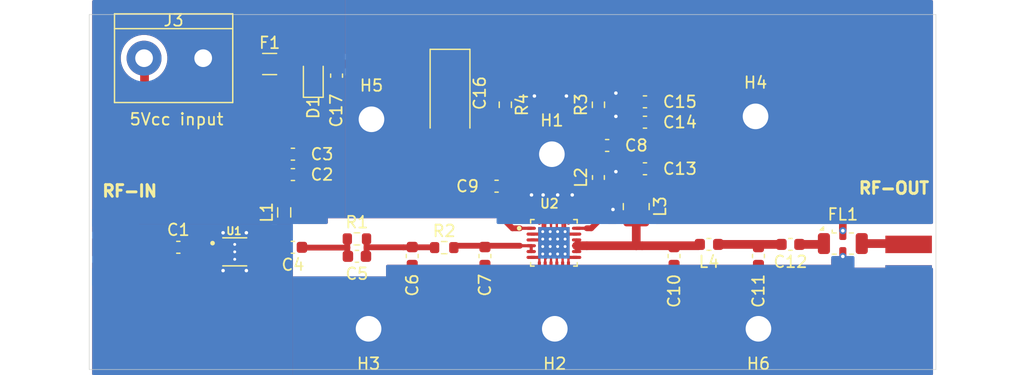
<source format=kicad_pcb>
(kicad_pcb (version 20241229) (generator "pcbnew") (generator_version "9.0")
  (title_block (title "SX1255 High Linearity Amplifier ~2W") (date "2026-02-25") (rev "V1.0") (company "Z32IT"))
  (layers (0 "F.Cu" signal) (2 "B.Cu" signal) (13 "F.Paste" user) (15 "B.Paste" user) (5 "F.SilkS" user "F.Silkscreen") (7 "B.SilkS" user "B.Silkscreen") (1 "F.Mask" user) (3 "B.Mask" user) (25 "Edge.Cuts" user))
  (net 0 "")
  (net 1 "Net-(C1-Pad1)")
  (net 2 "Net-(D1-A2)")
  (net 3 "Net-(C4-Pad2)")
  (net 4 "GND")
  (net 5 "Net-(C4-Pad1)")
  (net 6 "Net-(FL1-IN)")
  (net 7 "Net-(C5-Pad2)")
  (net 8 "Net-(U1-VBIAS)")
  (net 9 "Net-(C8-Pad2)")
  (net 10 "+5V")
  (net 11 "Net-(J1-In)")
  (net 12 "Net-(U1-I_REF)")
  (net 13 "Net-(FL1-OUT)")
  (net 14 "Net-(C7-Pad1)")
  (net 15 "Net-(C10-Pad1)")
  (net 16 "Net-(C11-Pad2)")
  (footprint "Capacitor_SMD:C_0603_1608Metric" (layer "F.Cu") (at 152.5 109.75 90)
    (property "Reference" "C11" (at -3 0 90) (layer "F.SilkS"))
    (property "Value" "6p8" (hide yes))
    (fp_line (start -0.14058 -0.51) (end 0.14058 -0.51) (stroke (width 0.12)) (layer "F.SilkS"))
    (fp_line (start -0.14058 0.51) (end 0.14058 0.51) (stroke (width 0.12)) (layer "F.SilkS"))
    (pad "1" smd roundrect (at -0.775 0 90) (size 0.9 0.95) (layers "F.Cu" "F.Mask" "F.Paste") (net 4 "GND"))
    (pad "2" smd roundrect (at 0.775 0 90) (size 0.9 0.95) (layers "F.Cu" "F.Mask" "F.Paste") (net 16 "Net-(C11-Pad2)"))
  )
  (footprint "Capacitor_SMD:C_0603_1608Metric" (layer "F.Cu") (at 122.75 109.75 -90)
    (property "Reference" "C6" (at 2.5 0 90) (layer "F.SilkS"))
    (property "Value" "8p2" (hide yes))
    (fp_line (start -0.14058 0.51) (end 0.14058 0.51) (stroke (width 0.12)) (layer "F.SilkS"))
    (fp_line (start -0.14058 -0.51) (end 0.14058 -0.51) (stroke (width 0.12)) (layer "F.SilkS"))
    (pad "1" smd roundrect (at -0.775 0 270) (size 0.9 0.95) (layers "F.Cu" "F.Mask" "F.Paste") (net 7 "Net-(C5-Pad2)"))
    (pad "2" smd roundrect (at 0.775 0 270) (size 0.9 0.95) (layers "F.Cu" "F.Mask" "F.Paste") (net 4 "GND"))
  )
  (footprint "Diode_SMD:D_SOD-323" (layer "F.Cu") (at 114.25 94.5 90)
    (property "Reference" "D1" (at -2.5 0 90) (layer "F.SilkS"))
    (property "Value" "PESD5V0" (hide yes))
    (fp_line (start -1.61 -0.85) (end 1.05 -0.85) (stroke (width 0.12)) (layer "F.SilkS"))
    (fp_line (start -1.61 -0.85) (end -1.61 0.85) (stroke (width 0.12)) (layer "F.SilkS"))
    (fp_line (start -1.61 0.85) (end 1.05 0.85) (stroke (width 0.12)) (layer "F.SilkS"))
    (pad "1" smd roundrect (at -1.05 0 90) (size 0.6 0.45) (layers "F.Cu" "F.Mask" "F.Paste") (net 4 "GND"))
    (pad "2" smd roundrect (at 1.05 0 90) (size 0.6 0.45) (layers "F.Cu" "F.Mask" "F.Paste") (net 2 "Net-(D1-A2)"))
  )
  (footprint "Capacitor_SMD:C_0603_1608Metric" (layer "F.Cu") (at 118 109.775)
    (property "Reference" "C5" (at 0 1.5 0) (layer "F.SilkS"))
    (property "Value" "100p" (hide yes))
    (fp_line (start -0.14058 -0.51) (end 0.14058 -0.51) (stroke (width 0.12)) (layer "F.SilkS"))
    (fp_line (start -0.14058 0.51) (end 0.14058 0.51) (stroke (width 0.12)) (layer "F.SilkS"))
    (pad "1" smd roundrect (at -0.775 0) (size 0.9 0.95) (layers "F.Cu" "F.Mask" "F.Paste") (net 3 "Net-(C4-Pad2)"))
    (pad "2" smd roundrect (at 0.775 0) (size 0.9 0.95) (layers "F.Cu" "F.Mask" "F.Paste") (net 7 "Net-(C5-Pad2)"))
  )
  (footprint "Capacitor_SMD:C_0603_1608Metric" (layer "F.Cu") (at 102.65315 109 180)
    (property "Reference" "C1" (at 0 1.5 0) (layer "F.SilkS"))
    (property "Value" "100p" (hide yes))
    (fp_line (start -0.14058 0.51) (end 0.14058 0.51) (stroke (width 0.12)) (layer "F.SilkS"))
    (fp_line (start -0.14058 -0.51) (end 0.14058 -0.51) (stroke (width 0.12)) (layer "F.SilkS"))
    (pad "1" smd roundrect (at -0.775 0 180) (size 0.9 0.95) (layers "F.Cu" "F.Mask" "F.Paste") (net 1 "Net-(C1-Pad1)"))
    (pad "2" smd roundrect (at 0.775 0 180) (size 0.9 0.95) (layers "F.Cu" "F.Mask" "F.Paste") (net 11 "Net-(J1-In)"))
  )
  (footprint "MountingHole:MountingHole_2.2mm_M2_DIN965_Pad" (layer "F.Cu") (at 134.75 101)
    (property "Reference" "H1" (at 0 -2.9 0) (layer "F.SilkS"))
    (property "Value" "MountingHole" (hide yes))
    (pad "1" thru_hole circle (at 0 0) (size 3.8 3.8) (drill 2.2) (layers "*.Cu" "*.Mask") (net 4 "GND"))
  )
  (footprint "MountingHole:MountingHole_2.2mm_M2_DIN965_Pad" (layer "F.Cu") (at 135 116)
    (property "Reference" "H2" (at 0 3 0) (layer "F.SilkS"))
    (property "Value" "MountingHole" (hide yes))
    (pad "1" thru_hole circle (at 0 0) (size 3.8 3.8) (drill 2.2) (layers "*.Cu" "*.Mask") (net 4 "GND"))
  )
  (footprint "Capacitor_SMD:C_0603_1608Metric" (layer "F.Cu") (at 129 109.75 -90)
    (property "Reference" "C7" (at 2.5 0 90) (layer "F.SilkS"))
    (property "Value" "15p" (hide yes))
    (fp_line (start -0.14058 0.51) (end 0.14058 0.51) (stroke (width 0.12)) (layer "F.SilkS"))
    (fp_line (start -0.14058 -0.51) (end 0.14058 -0.51) (stroke (width 0.12)) (layer "F.SilkS"))
    (pad "1" smd roundrect (at -0.775 0 270) (size 0.9 0.95) (layers "F.Cu" "F.Mask" "F.Paste") (net 14 "Net-(C7-Pad1)"))
    (pad "2" smd roundrect (at 0.775 0 270) (size 0.9 0.95) (layers "F.Cu" "F.Mask" "F.Paste") (net 4 "GND"))
  )
  (footprint "Capacitor_SMD:C_0603_1608Metric" (layer "F.Cu") (at 145.25 109.75 -90)
    (property "Reference" "C10" (at 3 0 90) (layer "F.SilkS"))
    (property "Value" "8p2" (hide yes))
    (fp_line (start -0.14058 0.51) (end 0.14058 0.51) (stroke (width 0.12)) (layer "F.SilkS"))
    (fp_line (start -0.14058 -0.51) (end 0.14058 -0.51) (stroke (width 0.12)) (layer "F.SilkS"))
    (pad "1" smd roundrect (at -0.775 0 270) (size 0.9 0.95) (layers "F.Cu" "F.Mask" "F.Paste") (net 15 "Net-(C10-Pad1)"))
    (pad "2" smd roundrect (at 0.775 0 270) (size 0.9 0.95) (layers "F.Cu" "F.Mask" "F.Paste") (net 4 "GND"))
  )
  (footprint "Filter:Filter_Mini-Circuits_FV1206" (layer "F.Cu") (at 159.75 108.6775)
    (property "Reference" "FL1" (at 0 -2.5 0) (layer "F.SilkS"))
    (property "Value" "LFCN-490" (hide yes))
    (fp_line (start -0.91 -0.91) (end -0.91 -1.16) (stroke (width 0.12)) (layer "F.SilkS"))
    (fp_line (start -0.91 -0.91) (end -0.57 -0.91) (stroke (width 0.12)) (layer "F.SilkS"))
    (fp_line (start -0.91 0.91) (end -0.57 0.91) (stroke (width 0.12)) (layer "F.SilkS"))
    (fp_line (start 0.57 -0.91) (end 0.91 -0.91) (stroke (width 0.12)) (layer "F.SilkS"))
    (fp_line (start 0.57 0.91) (end 0.91 0.91) (stroke (width 0.12)) (layer "F.SilkS"))
    (fp_poly (pts (xy -1.66 -1.16) (xy -1.94 -1.16) (xy -1.66 -1.44) (xy -1.66 -1.16)) (stroke (width 0.12)) (fill yes) (layer "F.SilkS"))
    (pad "1" smd roundrect (at -1.625 0) (size 1.04 1.8) (layers "F.Cu" "F.Mask" "F.Paste") (roundrect_rratio 0.24) (net 6 "Net-(FL1-IN)"))
    (pad "2" smd roundrect (at 0 0.9275) (size 0.61 1.245) (layers "F.Cu" "F.Mask" "F.Paste") (net 4 "GND"))
    (pad "2" thru_hole circle (at 0 1.105) (size 0.61 0.61) (drill 0.3) (layers "*.Cu" "*.Mask") (net 4 "GND"))
    (pad "3" smd roundrect (at 1.625 0) (size 1.04 1.8) (layers "F.Cu" "F.Mask" "F.Paste") (roundrect_rratio 0.24) (net 13 "Net-(FL1-OUT)"))
    (pad "4" thru_hole circle (at 0 -1.105) (size 0.61 0.61) (drill 0.3) (layers "*.Cu" "*.Mask") (net 4 "GND"))
    (pad "4" smd roundrect (at 0 -0.9275) (size 0.61 1.245) (layers "F.Cu" "F.Mask" "F.Paste") (net 4 "GND"))
  )
  (footprint "MountingHole:MountingHole_2.2mm_M2_DIN965_Pad" (layer "F.Cu") (at 152.25 97.75)
    (property "Reference" "H4" (at 0 -2.9 0) (layer "F.SilkS"))
    (property "Value" "MountingHole" (hide yes))
    (pad "1" thru_hole circle (at 0 0) (size 3.8 3.8) (drill 2.2) (layers "*.Cu" "*.Mask") (net 4 "GND"))
  )
  (footprint "Capacitor_SMD:C_0603_1608Metric" (layer "F.Cu") (at 130 103.75)
    (property "Reference" "C9" (at -2.5 0 0) (layer "F.SilkS"))
    (property "Value" "100p" (hide yes))
    (fp_line (start -0.14058 -0.51) (end 0.14058 -0.51) (stroke (width 0.12)) (layer "F.SilkS"))
    (fp_line (start -0.14058 0.51) (end 0.14058 0.51) (stroke (width 0.12)) (layer "F.SilkS"))
    (pad "1" smd roundrect (at -0.775 0) (size 0.9 0.95) (layers "F.Cu" "F.Mask" "F.Paste") (net 4 "GND"))
    (pad "2" smd roundrect (at 0.775 0) (size 0.9 0.95) (layers "F.Cu" "F.Mask" "F.Paste") (net 8 "Net-(U1-VBIAS)"))
  )
  (footprint "Resistor_SMD:R_0603_1608Metric" (layer "F.Cu") (at 138.75 96.75 -90)
    (property "Reference" "R3" (at 0 1.5 90) (layer "F.SilkS"))
    (property "Value" "280R" (hide yes))
    (fp_line (start -0.237258 0.5225) (end 0.237258 0.5225) (stroke (width 0.12)) (layer "F.SilkS"))
    (fp_line (start -0.237258 -0.5225) (end 0.237258 -0.5225) (stroke (width 0.12)) (layer "F.SilkS"))
    (pad "1" smd roundrect (at -0.825 0 270) (size 0.8 0.95) (layers "F.Cu" "F.Mask" "F.Paste") (net 2 "Net-(D1-A2)"))
    (pad "2" smd roundrect (at 0.825 0 270) (size 0.8 0.95) (layers "F.Cu" "F.Mask" "F.Paste") (net 9 "Net-(C8-Pad2)"))
  )
  (footprint "Capacitor_SMD:C_0603_1608Metric" (layer "F.Cu") (at 155.25 108.75)
    (property "Reference" "C12" (at 0 1.5 0) (layer "F.SilkS"))
    (property "Value" "22p" (hide yes))
    (fp_line (start -0.14058 -0.51) (end 0.14058 -0.51) (stroke (width 0.12)) (layer "F.SilkS"))
    (fp_line (start -0.14058 0.51) (end 0.14058 0.51) (stroke (width 0.12)) (layer "F.SilkS"))
    (pad "1" smd roundrect (at -0.775 0) (size 0.9 0.95) (layers "F.Cu" "F.Mask" "F.Paste") (net 16 "Net-(C11-Pad2)"))
    (pad "2" smd roundrect (at 0.775 0) (size 0.9 0.95) (layers "F.Cu" "F.Mask" "F.Paste") (net 6 "Net-(FL1-IN)"))
  )
  (footprint "Inductor_SMD:L_1008_2520Metric" (layer "F.Cu") (at 142 105.5 -90)
    (property "Reference" "L3" (at 0 -2.05 90) (layer "F.SilkS"))
    (property "Value" "18n" (hide yes))
    (fp_line (start -0.261252 1.11) (end 0.261252 1.11) (stroke (width 0.12)) (layer "F.SilkS"))
    (fp_line (start -0.261252 -1.11) (end 0.261252 -1.11) (stroke (width 0.12)) (layer "F.SilkS"))
    (pad "1" smd roundrect (at -1.075 0 270) (size 1.25 2.2) (layers "F.Cu" "F.Mask" "F.Paste") (roundrect_rratio 0.2) (net 2 "Net-(D1-A2)"))
    (pad "2" smd roundrect (at 1.075 0 270) (size 1.25 2.2) (layers "F.Cu" "F.Mask" "F.Paste") (roundrect_rratio 0.2) (net 15 "Net-(C10-Pad1)"))
  )
  (footprint "Capacitor_Tantalum_SMD:CP_EIA-6032-28_Kemet-C" (layer "F.Cu") (at 126 95.75 -90)
    (property "Reference" "C16" (at 0 -2.55 90) (layer "F.SilkS"))
    (property "Value" "22u" (hide yes))
    (fp_line (start -3.76 1.71) (end 3 1.71) (stroke (width 0.12)) (layer "F.SilkS"))
    (fp_line (start -3.76 -1.71) (end -3.76 1.71) (stroke (width 0.12)) (layer "F.SilkS"))
    (fp_line (start 3 -1.71) (end -3.76 -1.71) (stroke (width 0.12)) (layer "F.SilkS"))
    (pad "1" smd roundrect (at -2.4625 0 270) (size 2.075 2.35) (layers "F.Cu" "F.Mask" "F.Paste") (roundrect_rratio 0.120482) (net 2 "Net-(D1-A2)"))
    (pad "2" smd roundrect (at 2.4625 0 270) (size 2.075 2.35) (layers "F.Cu" "F.Mask" "F.Paste") (roundrect_rratio 0.120482) (net 4 "GND"))
  )
  (footprint "Resistor_SMD:R_0603_1608Metric" (layer "F.Cu") (at 125.5 109.025)
    (property "Reference" "R2" (at 0 -1.43 0) (layer "F.SilkS"))
    (property "Value" "4R3" (hide yes))
    (fp_line (start -0.237258 -0.5225) (end 0.237258 -0.5225) (stroke (width 0.12)) (layer "F.SilkS"))
    (fp_line (start -0.237258 0.5225) (end 0.237258 0.5225) (stroke (width 0.12)) (layer "F.SilkS"))
    (pad "1" smd roundrect (at -0.825 0) (size 0.8 0.95) (layers "F.Cu" "F.Mask" "F.Paste") (net 7 "Net-(C5-Pad2)"))
    (pad "2" smd roundrect (at 0.825 0) (size 0.8 0.95) (layers "F.Cu" "F.Mask" "F.Paste") (net 14 "Net-(C7-Pad1)"))
  )
  (footprint "PCM_SparkFun-Connector:SMA_Edge_6.3mm" (layer "F.Cu") (at 165.40315 108.75 -90)
    (property "Reference" "J2")
    (property "Value" "SMA_RF OUT")
    (pad "1" smd rect (at 0 0 270) (size 1.5 4) (layers "F.Cu" "F.Mask") (net 13 "Net-(FL1-OUT)"))
    (pad "2" smd rect (at -2.54 0 270) (size 1.5 4) (layers "F.Cu" "F.Mask") (net 4 "GND"))
    (pad "2" smd rect (at -2.54 0 270) (size 1.5 4) (layers "B.Cu" "B.Mask") (net 4 "GND"))
    (pad "2" smd rect (at 2.54 0 270) (size 1.5 4) (layers "F.Cu" "F.Mask") (net 4 "GND"))
    (pad "2" smd rect (at 2.54 0 270) (size 1.5 4) (layers "B.Cu" "B.Mask") (net 4 "GND"))
  )
  (footprint "Capacitor_SMD:C_0603_1608Metric" (layer "F.Cu") (at 112.5 102.75)
    (property "Reference" "C2" (at 2.5 0 0) (layer "F.SilkS"))
    (property "Value" "100p" (hide yes))
    (fp_line (start -0.14058 -0.51) (end 0.14058 -0.51) (stroke (width 0.12)) (layer "F.SilkS"))
    (fp_line (start -0.14058 0.51) (end 0.14058 0.51) (stroke (width 0.12)) (layer "F.SilkS"))
    (pad "1" smd roundrect (at -0.775 0) (size 0.9 0.95) (layers "F.Cu" "F.Mask" "F.Paste") (net 2 "Net-(D1-A2)"))
    (pad "2" smd roundrect (at 0.775 0) (size 0.9 0.95) (layers "F.Cu" "F.Mask" "F.Paste") (net 4 "GND"))
  )
  (footprint "Capacitor_SMD:C_0603_1608Metric" (layer "F.Cu") (at 142.75 96.5)
    (property "Reference" "C15" (at 3 0 0) (layer "F.SilkS"))
    (property "Value" "1n" (hide yes))
    (fp_line (start -0.14058 -0.51) (end 0.14058 -0.51) (stroke (width 0.12)) (layer "F.SilkS"))
    (fp_line (start -0.14058 0.51) (end 0.14058 0.51) (stroke (width 0.12)) (layer "F.SilkS"))
    (pad "1" smd roundrect (at -0.775 0) (size 0.9 0.95) (layers "F.Cu" "F.Mask" "F.Paste") (net 2 "Net-(D1-A2)"))
    (pad "2" smd roundrect (at 0.775 0) (size 0.9 0.95) (layers "F.Cu" "F.Mask" "F.Paste") (net 4 "GND"))
  )
  (footprint "Capacitor_SMD:C_0603_1608Metric" (layer "F.Cu") (at 142.75 102.25)
    (property "Reference" "C13" (at 3 0 0) (layer "F.SilkS"))
    (property "Value" "1n" (hide yes))
    (fp_line (start -0.14058 -0.51) (end 0.14058 -0.51) (stroke (width 0.12)) (layer "F.SilkS"))
    (fp_line (start -0.14058 0.51) (end 0.14058 0.51) (stroke (width 0.12)) (layer "F.SilkS"))
    (pad "1" smd roundrect (at -0.775 0) (size 0.9 0.95) (layers "F.Cu" "F.Mask" "F.Paste") (net 2 "Net-(D1-A2)"))
    (pad "2" smd roundrect (at 0.775 0) (size 0.9 0.95) (layers "F.Cu" "F.Mask" "F.Paste") (net 4 "GND"))
  )
  (footprint "TQP7M9106:QFN50P400X400X90-25N" (layer "F.Cu") (at 134.925 108.615)
    (property "Reference" "U2" (at -0.39 -3.365 0) (layer "F.SilkS") (effects (font (size 0.787402 0.787402))))
    (property "Value" "TQP7M9106")
    (fp_line (start -2 -2) (end -2 -1.7) (stroke (width 0.127)) (layer "F.SilkS"))
    (fp_line (start -2 -2) (end -1.7 -2) (stroke (width 0.127)) (layer "F.SilkS"))
    (fp_line (start -2 2) (end -2 1.7) (stroke (width 0.127)) (layer "F.SilkS"))
    (fp_line (start -2 2) (end -1.7 2) (stroke (width 0.127)) (layer "F.SilkS"))
    (fp_line (start 2 -2) (end 1.7 -2) (stroke (width 0.127)) (layer "F.SilkS"))
    (fp_line (start 2 -2) (end 2 -1.7) (stroke (width 0.127)) (layer "F.SilkS"))
    (fp_line (start 2 2) (end 1.7 2) (stroke (width 0.127)) (layer "F.SilkS"))
    (fp_line (start 2 2) (end 2 1.7) (stroke (width 0.127)) (layer "F.SilkS"))
    (fp_circle (center -2.985 -1.25) (end -2.885 -1.25) (stroke (width 0.2)) (fill no) (layer "F.SilkS"))
    (pad "1" smd oval (at -1.95 -1.25) (size 0.81 0.27) (layers "F.Cu" "F.Mask" "F.Paste") (net 8 "Net-(U1-VBIAS)"))
    (pad "2" smd oval (at -1.95 -0.75) (size 0.81 0.27) (layers "F.Cu" "F.Mask" "F.Paste") (net 4 "GND"))
    (pad "3" smd oval (at -1.95 -0.25) (size 0.81 0.27) (layers "F.Cu" "F.Mask" "F.Paste") (net 4 "GND"))
    (pad "4" smd oval (at -1.95 0.25) (size 0.81 0.27) (layers "F.Cu" "F.Mask" "F.Paste") (net 14 "Net-(C7-Pad1)"))
    (pad "5" smd oval (at -1.95 0.75) (size 0.81 0.27) (layers "F.Cu" "F.Mask" "F.Paste") (net 14 "Net-(C7-Pad1)"))
    (pad "6" smd oval (at -1.95 1.25) (size 0.81 0.27) (layers "F.Cu" "F.Mask" "F.Paste") (net 4 "GND"))
    (pad "7" smd oval (at -1.25 1.95) (size 0.27 0.81) (layers "F.Cu" "F.Mask" "F.Paste") (net 4 "GND"))
    (pad "8" smd oval (at -0.75 1.95) (size 0.27 0.81) (layers "F.Cu" "F.Mask" "F.Paste") (net 4 "GND"))
    (pad "9" smd oval (at -0.25 1.95) (size 0.27 0.81) (layers "F.Cu" "F.Mask" "F.Paste") (net 4 "GND"))
    (pad "10" smd oval (at 0.25 1.95) (size 0.27 0.81) (layers "F.Cu" "F.Mask" "F.Paste") (net 4 "GND"))
    (pad "11" smd oval (at 0.75 1.95) (size 0.27 0.81) (layers "F.Cu" "F.Mask" "F.Paste") (net 4 "GND"))
    (pad "12" smd oval (at 1.25 1.95) (size 0.27 0.81) (layers "F.Cu" "F.Mask" "F.Paste") (net 4 "GND"))
    (pad "13" smd oval (at 1.95 1.25) (size 0.81 0.27) (layers "F.Cu" "F.Mask" "F.Paste") (net 4 "GND"))
    (pad "14" smd oval (at 1.95 0.75) (size 0.81 0.27) (layers "F.Cu" "F.Mask" "F.Paste") (net 15 "Net-(C10-Pad1)"))
    (pad "15" smd oval (at 1.95 0.25) (size 0.81 0.27) (layers "F.Cu" "F.Mask" "F.Paste") (net 15 "Net-(C10-Pad1)"))
    (pad "16" smd oval (at 1.95 -0.25) (size 0.81 0.27) (layers "F.Cu" "F.Mask" "F.Paste") (net 15 "Net-(C10-Pad1)"))
    (pad "17" smd oval (at 1.95 -0.75) (size 0.81 0.27) (layers "F.Cu" "F.Mask" "F.Paste") (net 4 "GND"))
    (pad "18" smd oval (at 1.95 -1.25) (size 0.81 0.27) (layers "F.Cu" "F.Mask" "F.Paste") (net 12 "Net-(U1-I_REF)"))
    (pad "19" smd oval (at 1.25 -1.95) (size 0.27 0.81) (layers "F.Cu" "F.Mask" "F.Paste") (net 4 "GND"))
    (pad "20" smd oval (at 0.75 -1.95) (size 0.27 0.81) (layers "F.Cu" "F.Mask" "F.Paste") (net 4 "GND"))
    (pad "21" smd oval (at 0.25 -1.95) (size 0.27 0.81) (layers "F.Cu" "F.Mask" "F.Paste") (net 4 "GND"))
    (pad "22" smd oval (at -0.25 -1.95) (size 0.27 0.81) (layers "F.Cu" "F.Mask" "F.Paste") (net 4 "GND"))
    (pad "23" smd oval (at -0.75 -1.95) (size 0.27 0.81) (layers "F.Cu" "F.Mask" "F.Paste") (net 4 "GND"))
    (pad "24" smd oval (at -1.25 -1.95) (size 0.27 0.81) (layers "F.Cu" "F.Mask" "F.Paste") (net 4 "GND"))
    (pad "25" smd rect (at 0 0) (size 2.7 2.7) (layers "F.Cu" "F.Mask") (net 4 "GND"))
    (pad "26" smd rect (at 0 0) (size 2.7 2.7) (layers "B.Cu" "B.Mask") (net 4 "GND"))
    (pad "27" thru_hole circle (at -0.96 -0.96) (size 0.35 0.35) (drill 0.25) (layers "*.Cu"))
    (pad "28" thru_hole circle (at -0.32 -0.96) (size 0.35 0.35) (drill 0.25) (layers "*.Cu"))
    (pad "29" thru_hole circle (at 0.32 -0.96) (size 0.35 0.35) (drill 0.25) (layers "*.Cu"))
    (pad "30" thru_hole circle (at 0.96 -0.96) (size 0.35 0.35) (drill 0.25) (layers "*.Cu"))
    (pad "31" thru_hole circle (at -0.96 -0.32) (size 0.35 0.35) (drill 0.25) (layers "*.Cu"))
    (pad "32" thru_hole circle (at -0.32 -0.32) (size 0.35 0.35) (drill 0.25) (layers "*.Cu"))
    (pad "33" thru_hole circle (at 0.32 -0.32) (size 0.35 0.35) (drill 0.25) (layers "*.Cu"))
    (pad "34" thru_hole circle (at 0.96 -0.32) (size 0.35 0.35) (drill 0.25) (layers "*.Cu"))
    (pad "35" thru_hole circle (at -0.96 0.32) (size 0.35 0.35) (drill 0.25) (layers "*.Cu"))
    (pad "36" thru_hole circle (at -0.32 0.32) (size 0.35 0.35) (drill 0.25) (layers "*.Cu"))
    (pad "37" thru_hole circle (at 0.32 0.32) (size 0.35 0.35) (drill 0.25) (layers "*.Cu"))
    (pad "38" thru_hole circle (at 0.96 0.32) (size 0.35 0.35) (drill 0.25) (layers "*.Cu"))
    (pad "39" thru_hole circle (at -0.96 0.96) (size 0.35 0.35) (drill 0.25) (layers "*.Cu"))
    (pad "40" thru_hole circle (at -0.32 0.96) (size 0.35 0.35) (drill 0.25) (layers "*.Cu"))
    (pad "41" thru_hole circle (at 0.32 0.96) (size 0.35 0.35) (drill 0.25) (layers "*.Cu"))
    (pad "42" thru_hole circle (at 0.96 0.96) (size 0.35 0.35) (drill 0.25) (layers "*.Cu"))
  )
  (footprint "MountingHole:MountingHole_2.2mm_M2_DIN965_Pad" (layer "F.Cu") (at 152.5 116)
    (property "Reference" "H6" (at 0 3 0) (layer "F.SilkS"))
    (property "Value" "MountingHole" (hide yes))
    (pad "1" thru_hole circle (at 0 0) (size 3.8 3.8) (drill 2.2) (layers "*.Cu" "*.Mask") (net 4 "GND"))
  )
  (footprint "Capacitor_SMD:C_0603_1608Metric" (layer "F.Cu") (at 142.75 98.25)
    (property "Reference" "C14" (at 3 0 0) (layer "F.SilkS"))
    (property "Value" "100p" (hide yes))
    (fp_line (start -0.14058 -0.51) (end 0.14058 -0.51) (stroke (width 0.12)) (layer "F.SilkS"))
    (fp_line (start -0.14058 0.51) (end 0.14058 0.51) (stroke (width 0.12)) (layer "F.SilkS"))
    (pad "1" smd roundrect (at -0.775 0) (size 0.9 0.95) (layers "F.Cu" "F.Mask" "F.Paste") (net 2 "Net-(D1-A2)"))
    (pad "2" smd roundrect (at 0.775 0) (size 0.9 0.95) (layers "F.Cu" "F.Mask" "F.Paste") (net 4 "GND"))
  )
  (footprint "Resistor_SMD:R_0603_1608Metric" (layer "F.Cu") (at 118 108.275)
    (property "Reference" "R1" (at 0 -1.43 0) (layer "F.SilkS"))
    (property "Value" "51R" (hide yes))
    (fp_line (start -0.237258 -0.5225) (end 0.237258 -0.5225) (stroke (width 0.12)) (layer "F.SilkS"))
    (fp_line (start -0.237258 0.5225) (end 0.237258 0.5225) (stroke (width 0.12)) (layer "F.SilkS"))
    (pad "1" smd roundrect (at -0.825 0) (size 0.8 0.95) (layers "F.Cu" "F.Mask" "F.Paste") (net 3 "Net-(C4-Pad2)"))
    (pad "2" smd roundrect (at 0.825 0) (size 0.8 0.95) (layers "F.Cu" "F.Mask" "F.Paste") (net 7 "Net-(C5-Pad2)"))
  )
  (footprint "MountingHole:MountingHole_2.2mm_M2_DIN965_Pad" (layer "F.Cu") (at 119 116)
    (property "Reference" "H3" (at 0 3 0) (layer "F.SilkS"))
    (property "Value" "MountingHole" (hide yes))
    (pad "1" thru_hole circle (at 0 0) (size 3.8 3.8) (drill 2.2) (layers "*.Cu" "*.Mask") (net 4 "GND"))
  )
  (footprint "TerminalBlock:TerminalBlock_bornier-2_P5.08mm" (layer "F.Cu") (at 104.79 92.75 180)
    (property "Reference" "J3" (at 2.54 3.25 0) (layer "F.SilkS"))
    (property "Value" "5Vcc input" (at 2.29 -5.25 0) (layer "F.SilkS"))
    (fp_line (start 7.62 3.81) (end 7.62 -3.81) (stroke (width 0.12)) (layer "F.SilkS"))
    (fp_line (start 7.62 2.54) (end -2.54 2.54) (stroke (width 0.12)) (layer "F.SilkS"))
    (fp_line (start 7.62 -3.81) (end -2.54 -3.81) (stroke (width 0.12)) (layer "F.SilkS"))
    (fp_line (start -2.54 3.81) (end 7.62 3.81) (stroke (width 0.12)) (layer "F.SilkS"))
    (fp_line (start -2.54 -3.81) (end -2.54 3.81) (stroke (width 0.12)) (layer "F.SilkS"))
    (pad "1" thru_hole rect (at 0 0 180) (size 3 3) (drill 1.52) (layers "*.Cu" "*.Mask") (net 4 "GND"))
    (pad "2" thru_hole circle (at 5.08 0 180) (size 3 3) (drill 1.52) (layers "*.Cu" "*.Mask") (net 10 "+5V"))
  )
  (footprint "Capacitor_SMD:C_0603_1608Metric" (layer "F.Cu") (at 112.5 109)
    (property "Reference" "C4" (at 0 1.5 0) (layer "F.SilkS"))
    (property "Value" "100p" (hide yes))
    (fp_line (start -0.14058 -0.51) (end 0.14058 -0.51) (stroke (width 0.12)) (layer "F.SilkS"))
    (fp_line (start -0.14058 0.51) (end 0.14058 0.51) (stroke (width 0.12)) (layer "F.SilkS"))
    (pad "1" smd roundrect (at -0.775 0) (size 0.9 0.95) (layers "F.Cu" "F.Mask" "F.Paste") (net 5 "Net-(C4-Pad1)"))
    (pad "2" smd roundrect (at 0.775 0) (size 0.9 0.95) (layers "F.Cu" "F.Mask" "F.Paste") (net 3 "Net-(C4-Pad2)"))
  )
  (footprint "Resistor_SMD:R_0603_1608Metric" (layer "F.Cu") (at 130.75 96.75 -90)
    (property "Reference" "R4" (at 0 -1.43 90) (layer "F.SilkS"))
    (property "Value" "280R" (hide yes))
    (fp_line (start -0.237258 0.5225) (end 0.237258 0.5225) (stroke (width 0.12)) (layer "F.SilkS"))
    (fp_line (start -0.237258 -0.5225) (end 0.237258 -0.5225) (stroke (width 0.12)) (layer "F.SilkS"))
    (pad "1" smd roundrect (at -0.825 0 270) (size 0.8 0.95) (layers "F.Cu" "F.Mask" "F.Paste") (net 2 "Net-(D1-A2)"))
    (pad "2" smd roundrect (at 0.825 0 270) (size 0.8 0.95) (layers "F.Cu" "F.Mask" "F.Paste") (net 8 "Net-(U1-VBIAS)"))
  )
  (footprint "Capacitor_SMD:C_0603_1608Metric" (layer "F.Cu") (at 112.5 101 180)
    (property "Reference" "C3" (at -2.5 0 0) (layer "F.SilkS"))
    (property "Value" "1u")
    (fp_line (start -0.14058 0.51) (end 0.14058 0.51) (stroke (width 0.12)) (layer "F.SilkS"))
    (fp_line (start -0.14058 -0.51) (end 0.14058 -0.51) (stroke (width 0.12)) (layer "F.SilkS"))
    (pad "1" smd roundrect (at -0.775 0 180) (size 0.9 0.95) (layers "F.Cu" "F.Mask" "F.Paste") (net 4 "GND"))
    (pad "2" smd roundrect (at 0.775 0 180) (size 0.9 0.95) (layers "F.Cu" "F.Mask" "F.Paste") (net 2 "Net-(D1-A2)"))
  )
  (footprint "PCM_SparkFun-Connector:SMA_Edge_6.3mm" (layer "F.Cu") (at 97.25 109 90)
    (property "Reference" "J1")
    (property "Value" "SMA_RF IN")
    (pad "1" smd rect (at 0 0 90) (size 1.5 4) (layers "F.Cu" "F.Mask") (net 11 "Net-(J1-In)"))
    (pad "2" smd rect (at -2.54 0 90) (size 1.5 4) (layers "F.Cu" "F.Mask") (net 4 "GND"))
    (pad "2" smd rect (at -2.54 0 90) (size 1.5 4) (layers "B.Cu" "B.Mask") (net 4 "GND"))
    (pad "2" smd rect (at 2.54 0 90) (size 1.5 4) (layers "F.Cu" "F.Mask") (net 4 "GND"))
    (pad "2" smd rect (at 2.54 0 90) (size 1.5 4) (layers "B.Cu" "B.Mask") (net 4 "GND"))
  )
  (footprint "Inductor_SMD:L_0805_2012Metric" (layer "F.Cu") (at 111.75 106 -90)
    (property "Reference" "L1" (at 0 1.5 90) (layer "F.SilkS"))
    (property "Value" "68n" (hide yes))
    (fp_line (start -0.399622 0.56) (end 0.399622 0.56) (stroke (width 0.12)) (layer "F.SilkS"))
    (fp_line (start -0.399622 -0.56) (end 0.399622 -0.56) (stroke (width 0.12)) (layer "F.SilkS"))
    (pad "1" smd roundrect (at -1.0625 0 270) (size 0.875 1.2) (layers "F.Cu" "F.Mask" "F.Paste") (net 2 "Net-(D1-A2)"))
    (pad "2" smd roundrect (at 1.0625 0 270) (size 0.875 1.2) (layers "F.Cu" "F.Mask" "F.Paste") (net 5 "Net-(C4-Pad1)"))
  )
  (footprint "TQP3M9036:SON50P200X200X95-9N" (layer "F.Cu") (at 107.5 109.39)
    (property "Reference" "U1" (at -0.068 -1.7884 0) (layer "F.SilkS") (effects (font (size 0.64 0.64))))
    (property "Value" "TQP3M9036")
    (fp_line (start -1.025 -1.205) (end 1.025 -1.205) (stroke (width 0.127)) (layer "F.SilkS"))
    (fp_line (start -1.025 1.205) (end 1.025 1.205) (stroke (width 0.127)) (layer "F.SilkS"))
    (fp_circle (center -1.905 -0.75) (end -1.805 -0.75) (stroke (width 0.2)) (fill no) (layer "F.SilkS"))
    (pad "1" smd roundrect (at -0.995 -0.75) (size 0.71 0.27) (layers "F.Cu" "F.Mask" "F.Paste") (roundrect_rratio 0.125) (net 4 "GND"))
    (pad "2" smd roundrect (at -0.995 -0.25) (size 0.71 0.27) (layers "F.Cu" "F.Mask" "F.Paste") (roundrect_rratio 0.125) (net 1 "Net-(C1-Pad1)"))
    (pad "3" smd roundrect (at -0.995 0.25) (size 0.71 0.27) (layers "F.Cu" "F.Mask" "F.Paste") (roundrect_rratio 0.125) (net 4 "GND"))
    (pad "4" smd roundrect (at -0.995 0.75) (size 0.71 0.27) (layers "F.Cu" "F.Mask" "F.Paste") (roundrect_rratio 0.125) (net 4 "GND"))
    (pad "5" smd roundrect (at 0.995 0.75) (size 0.71 0.27) (layers "F.Cu" "F.Mask" "F.Paste") (roundrect_rratio 0.125) (net 4 "GND"))
    (pad "6" smd roundrect (at 0.995 0.25) (size 0.71 0.27) (layers "F.Cu" "F.Mask" "F.Paste") (roundrect_rratio 0.125))
    (pad "7" smd roundrect (at 0.995 -0.25) (size 0.71 0.27) (layers "F.Cu" "F.Mask" "F.Paste") (roundrect_rratio 0.125) (net 5 "Net-(C4-Pad1)"))
    (pad "8" smd roundrect (at 0.995 -0.75) (size 0.71 0.27) (layers "F.Cu" "F.Mask" "F.Paste") (roundrect_rratio 0.125) (net 4 "GND"))
    (pad "9" smd rect (at 0 0) (size 0.8 1.6) (layers "F.Cu" "F.Mask") (net 4 "GND"))
    (pad "V1" thru_hole circle (at 0 -0.64) (size 0.35 0.35) (drill 0.25) (layers "*.Cu" "*.Mask") (net 4 "GND"))
    (pad "V2" thru_hole circle (at 0 0) (size 0.35 0.35) (drill 0.25) (layers "*.Cu" "*.Mask") (net 4 "GND"))
    (pad "V3" thru_hole circle (at 0 0.64) (size 0.35 0.35) (drill 0.25) (layers "*.Cu" "*.Mask") (net 4 "GND"))
  )
  (footprint "MountingHole:MountingHole_2.2mm_M2_DIN965_Pad" (layer "F.Cu") (at 119.25 98)
    (property "Reference" "H5" (at 0 -2.9 0) (layer "F.SilkS"))
    (property "Value" "MountingHole" (hide yes))
    (pad "1" thru_hole circle (at 0 0) (size 3.8 3.8) (drill 2.2) (layers "*.Cu" "*.Mask") (net 4 "GND"))
  )
  (footprint "Inductor_SMD:L_0603_1608Metric" (layer "F.Cu") (at 138.75 103 -90)
    (property "Reference" "L2" (at 0 1.5 90) (layer "F.SilkS"))
    (property "Value" "68n" (hide yes))
    (fp_line (start -0.162779 0.51) (end 0.162779 0.51) (stroke (width 0.12)) (layer "F.SilkS"))
    (fp_line (start -0.162779 -0.51) (end 0.162779 -0.51) (stroke (width 0.12)) (layer "F.SilkS"))
    (pad "1" smd roundrect (at -0.7875 0 270) (size 0.875 0.95) (layers "F.Cu" "F.Mask" "F.Paste") (net 9 "Net-(C8-Pad2)"))
    (pad "2" smd roundrect (at 0.7875 0 270) (size 0.875 0.95) (layers "F.Cu" "F.Mask" "F.Paste") (net 12 "Net-(U1-I_REF)"))
  )
  (footprint "Capacitor_SMD:C_0603_1608Metric" (layer "F.Cu") (at 139.5 100.25 180)
    (property "Reference" "C8" (at -2.5 0 0) (layer "F.SilkS"))
    (property "Value" "100p" (hide yes))
    (fp_line (start -0.14058 0.51) (end 0.14058 0.51) (stroke (width 0.12)) (layer "F.SilkS"))
    (fp_line (start -0.14058 -0.51) (end 0.14058 -0.51) (stroke (width 0.12)) (layer "F.SilkS"))
    (pad "1" smd roundrect (at -0.775 0 180) (size 0.9 0.95) (layers "F.Cu" "F.Mask" "F.Paste") (net 4 "GND"))
    (pad "2" smd roundrect (at 0.775 0 180) (size 0.9 0.95) (layers "F.Cu" "F.Mask" "F.Paste") (net 9 "Net-(C8-Pad2)"))
  )
  (footprint "Fuse:Fuse_1206_3216Metric" (layer "F.Cu") (at 110.5 93.25)
    (property "Reference" "F1" (at 0 -1.82 0) (layer "F.SilkS"))
    (property "Value" "1A/6V")
    (fp_line (start -0.602064 -0.91) (end 0.602064 -0.91) (stroke (width 0.12)) (layer "F.SilkS"))
    (fp_line (start -0.602064 0.91) (end 0.602064 0.91) (stroke (width 0.12)) (layer "F.SilkS"))
    (pad "1" smd roundrect (at -1.4 0) (size 1.25 1.75) (layers "F.Cu" "F.Mask" "F.Paste") (roundrect_rratio 0.2) (net 10 "+5V"))
    (pad "2" smd roundrect (at 1.4 0) (size 1.25 1.75) (layers "F.Cu" "F.Mask" "F.Paste") (roundrect_rratio 0.2) (net 2 "Net-(D1-A2)"))
  )
  (footprint "Capacitor_SMD:C_0603_1608Metric" (layer "F.Cu") (at 116.25 94.25 -90)
    (property "Reference" "C17" (at 3 0.025 90) (layer "F.SilkS"))
    (property "Value" "1u" (hide yes))
    (fp_line (start -0.14058 0.51) (end 0.14058 0.51) (stroke (width 0.12)) (layer "F.SilkS"))
    (fp_line (start -0.14058 -0.51) (end 0.14058 -0.51) (stroke (width 0.12)) (layer "F.SilkS"))
    (pad "1" smd roundrect (at -0.775 0 270) (size 0.9 0.95) (layers "F.Cu" "F.Mask" "F.Paste") (net 2 "Net-(D1-A2)"))
    (pad "2" smd roundrect (at 0.775 0 270) (size 0.9 0.95) (layers "F.Cu" "F.Mask" "F.Paste") (net 4 "GND"))
  )
  (footprint "Inductor_SMD:L_0603_1608Metric" (layer "F.Cu") (at 148.25 108.75)
    (property "Reference" "L4" (at 0 1.5 0) (layer "F.SilkS"))
    (property "Value" "4n7" (hide yes))
    (fp_line (start -0.162779 -0.51) (end 0.162779 -0.51) (stroke (width 0.12)) (layer "F.SilkS"))
    (fp_line (start -0.162779 0.51) (end 0.162779 0.51) (stroke (width 0.12)) (layer "F.SilkS"))
    (pad "1" smd roundrect (at -0.7875 0) (size 0.875 0.95) (layers "F.Cu" "F.Mask" "F.Paste") (net 15 "Net-(C10-Pad1)"))
    (pad "2" smd roundrect (at 0.7875 0) (size 0.875 0.95) (layers "F.Cu" "F.Mask" "F.Paste") (net 16 "Net-(C11-Pad2)"))
  )
  (gr_line (start 95 89) (end 167.75 89) (stroke (width 0.05)) (layer "Edge.Cuts"))
  (gr_line (start 95 119.5) (end 95 104.75) (stroke (width 0.05)) (layer "Edge.Cuts"))
  (gr_line (start 167.75 119.5) (end 95 119.5) (stroke (width 0.05)) (layer "Edge.Cuts"))
  (gr_line (start 167.75 89) (end 167.75 119.5) (stroke (width 0.05)) (layer "Edge.Cuts"))
  (gr_line (start 95 104.75) (end 95 89) (stroke (width 0.05)) (layer "Edge.Cuts"))
  (gr_text "RF-IN" (at 96 104.75 0) (layer "F.SilkS") (effects (font (size 1 1) (thickness 0.25) (bold yes)) (justify left bottom)))
  (gr_text "RF-OUT" (at 161 104.5 0) (layer "F.SilkS") (effects (font (size 1 1) (thickness 0.25) (bold yes)) (justify left bottom)))
  (segment (start 106.505 109.14) (end 103.56815 109.14) (width 0.3) (layer "F.Cu") (net 1))
  (segment (start 103.56815 109.14) (end 103.42815 109) (width 0.2) (layer "F.Cu") (net 1))
  (segment (start 111.75 93.25) (end 111.75 104.9375) (width 0.75) (layer "F.Cu") (net 2))
  (segment (start 138.75 95.925) (end 138.75 93.25) (width 0.75) (layer "F.Cu") (net 2))
  (segment (start 142 104.675) (end 142 102.525) (width 0.75) (layer "F.Cu") (net 2))
  (segment (start 142 97.525) (end 141.975 97.5) (width 0.2) (layer "F.Cu") (net 2))
  (segment (start 138.75 93.25) (end 142 93.25) (width 0.75) (layer "F.Cu") (net 2))
  (segment (start 141.975 102.5) (end 141.975 97.5) (width 0.75) (layer "F.Cu") (net 2))
  (segment (start 130.75 93.25) (end 130.75 95.925) (width 0.75) (layer "F.Cu") (net 2))
  (segment (start 142 102.525) (end 141.975 102.5) (width 0.2) (layer "F.Cu") (net 2))
  (segment (start 142 95.975) (end 141.975 96) (width 0.75) (layer "F.Cu") (net 2))
  (segment (start 130.75 93.25) (end 111.75 93.25) (width 0.75) (layer "F.Cu") (net 2))
  (segment (start 142 93.25) (end 142 95.975) (width 0.75) (layer "F.Cu") (net 2))
  (segment (start 138.75 93.25) (end 130.75 93.25) (width 0.75) (layer "F.Cu") (net 2))
  (segment (start 141.975 97.5) (end 141.975 96) (width 0.75) (layer "F.Cu") (net 2))
  (segment (start 117.175 109.025) (end 113.525 109.025) (width 0.5) (layer "F.Cu") (net 3))
  (segment (start 117.175 109.725) (end 117.225 109.775) (width 0.2) (layer "F.Cu") (net 3))
  (segment (start 117.175 108.275) (end 117.175 109.025) (width 0.5) (layer "F.Cu") (net 3))
  (segment (start 117.175 109.025) (end 117.175 109.725) (width 0.5) (layer "F.Cu") (net 3))
  (segment (start 134.175 110.005) (end 134.605 109.575) (width 0.2) (layer "F.Cu") (net 4))
  (segment (start 108.495 110.14) (end 108.495 110.995) (width 0.27) (layer "F.Cu") (net 4))
  (segment (start 135.175 107.585) (end 135.245 107.655) (width 0.2) (layer "F.Cu") (net 4))
  (segment (start 106.505 108.64) (end 106.505 107.755) (width 0.27) (layer "F.Cu") (net 4))
  (segment (start 132.975 107.865) (end 134.175 107.865) (width 0.27) (layer "F.Cu") (net 4))
  (segment (start 106.505 109.64) (end 106.505 110.14) (width 0.27) (layer "F.Cu") (net 4))
  (segment (start 136.175 106.665) (end 135.885 106.955) (width 0.2) (layer "F.Cu") (net 4))
  (segment (start 108.495 107.755) (end 108.5 107.75) (width 0.2) (layer "F.Cu") (net 4))
  (segment (start 135.675 106.665) (end 135.675 107.445) (width 0.2) (layer "F.Cu") (net 4))
  (segment (start 134.175 106.665) (end 134.175 107.445) (width 0.2) (layer "F.Cu") (net 4))
  (segment (start 136.875 107.865) (end 135.675 107.865) (width 0.27) (layer "F.Cu") (net 4))
  (segment (start 133.675 109.865) (end 133.965 109.575) (width 0.2) (layer "F.Cu") (net 4))
  (segment (start 132.975 109.865) (end 133.675 109.865) (width 0.27) (layer "F.Cu") (net 4))
  (segment (start 135.675 110.565) (end 135.675 109.785) (width 0.2) (layer "F.Cu") (net 4))
  (segment (start 132.975 108.365) (end 133.895 108.365) (width 0.27) (layer "F.Cu") (net 4))
  (segment (start 133.675 106.665) (end 133.965 106.955) (width 0.2) (layer "F.Cu") (net 4))
  (segment (start 159.75 107.5725) (end 159.75 106.75) (width 0.65) (layer "F.Cu") (net 4))
  (segment (start 136.875 109.865) (end 136.175 109.865) (width 0.27) (layer "F.Cu") (net 4))
  (segment (start 106.505 110.14) (end 106.505 110.995) (width 0.3) (layer "F.Cu") (net 4))
  (segment (start 134.675 110.565) (end 134.675 109.645) (width 0.2) (layer "F.Cu") (net 4))
  (segment (start 133.965 106.955) (end 133.965 107.655) (width 0.2) (layer "F.Cu") (net 4))
  (segment (start 134.675 109.645) (end 134.605 109.575) (width 0.2) (layer "F.Cu") (net 4))
  (segment (start 135.885 106.955) (end 135.885 107.655) (width 0.2) (layer "F.Cu") (net 4))
  (segment (start 135.175 109.645) (end 135.245 109.575) (width 0.2) (layer "F.Cu") (net 4))
  (segment (start 106.505 110.995) (end 106.5 111) (width 0.2) (layer "F.Cu") (net 4))
  (segment (start 134.175 110.565) (end 134.175 110.005) (width 0.2) (layer "F.Cu") (net 4))
  (segment (start 135.175 110.565) (end 135.175 109.645) (width 0.2) (layer "F.Cu") (net 4))
  (segment (start 136.175 109.865) (end 135.885 109.575) (width 0.2) (layer "F.Cu") (net 4))
  (segment (start 133.675 110.565) (end 133.675 109.865) (width 0.2) (layer "F.Cu") (net 4))
  (segment (start 134.175 107.445) (end 133.965 107.655) (width 0.2) (layer "F.Cu") (net 4))
  (segment (start 135.675 109.785) (end 135.885 109.575) (width 0.2) (layer "F.Cu") (net 4))
  (segment (start 136.175 110.565) (end 136.175 109.865) (width 0.2) (layer "F.Cu") (net 4))
  (segment (start 134.675 107.585) (end 134.605 107.655) (width 0.2) (layer "F.Cu") (net 4))
  (segment (start 135.175 106.665) (end 135.175 107.585) (width 0.2) (layer "F.Cu") (net 4))
  (segment (start 108.495 108.64) (end 108.495 107.755) (width 0.27) (layer "F.Cu") (net 4))
  (segment (start 135.675 107.445) (end 135.885 107.655) (width 0.2) (layer "F.Cu") (net 4))
  (segment (start 134.675 106.665) (end 134.675 107.585) (width 0.2) (layer "F.Cu") (net 4))
  (segment (start 106.505 107.755) (end 106.5 107.75) (width 0.2) (layer "F.Cu") (net 4))
  (segment (start 108.495 110.995) (end 108.5 111) (width 0.2) (layer "F.Cu") (net 4))
  (via (at 106.5 107.75) (size 0.6) (drill 0.3) (layers "F.Cu" "B.Cu") (net 4))
  (via (at 133 104.5) (size 0.6) (drill 0.3) (layers "F.Cu" "B.Cu") (net 4))
  (via (at 136 96) (size 0.6) (drill 0.3) (layers "F.Cu" "B.Cu") (net 4))
  (via (at 136.5 104.5) (size 0.6) (drill 0.3) (layers "F.Cu" "B.Cu") (net 4))
  (via (at 140.25 97.75) (size 0.6) (drill 0.3) (layers "F.Cu" "B.Cu") (net 4))
  (via (at 140.25 102.5) (size 0.6) (drill 0.3) (layers "F.Cu" "B.Cu") (net 4))
  (via (at 133.25 96) (size 0.6) (drill 0.3) (layers "F.Cu" "B.Cu") (net 4))
  (via (at 108.5 107.75) (size 0.6) (drill 0.3) (layers "F.Cu" "B.Cu") (net 4))
  (via (at 135.25 104.5) (size 0.6) (drill 0.3) (layers "F.Cu" "B.Cu") (net 4))
  (via (at 108.5 111) (size 0.6) (drill 0.3) (layers "F.Cu" "B.Cu") (net 4))
  (via (at 140 105.75) (size 0.6) (drill 0.3) (layers "F.Cu" "B.Cu") (net 4))
  (via (at 134 104.5) (size 0.6) (drill 0.3) (layers "F.Cu" "B.Cu") (net 4))
  (via (at 140.25 95.75) (size 0.6) (drill 0.3) (layers "F.Cu" "B.Cu") (net 4))
  (via (at 106.5 111) (size 0.6) (drill 0.3) (layers "F.Cu" "B.Cu") (net 4))
  (segment (start 111.585 109.14) (end 111.725 109) (width 0.2) (layer "F.Cu") (net 5))
  (segment (start 111.75 108.975) (end 111.725 109) (width 0.2) (layer "F.Cu") (net 5))
  (segment (start 111.75 107.0625) (end 111.75 108.975) (width 0.5) (layer "F.Cu") (net 5))
  (segment (start 108.495 109.14) (end 111.585 109.14) (width 0.3) (layer "F.Cu") (net 5))
  (segment (start 158.0525 108.75) (end 158.125 108.6775) (width 0.2) (layer "F.Cu") (net 6))
  (segment (start 156.025 108.75) (end 158.0525 108.75) (width 0.75) (layer "F.Cu") (net 6))
  (segment (start 158.0525 109.0725) (end 158.125 109) (width 0.2) (layer "F.Cu") (net 6))
  (segment (start 122 109) (end 124.65 109) (width 0.5) (layer "F.Cu") (net 7))
  (segment (start 118.825 109.025) (end 118.825 109.725) (width 0.5) (layer "F.Cu") (net 7))
  (segment (start 118.825 108.275) (end 118.825 109.025) (width 0.5) (layer "F.Cu") (net 7))
  (segment (start 118.825 109.025) (end 118.85 109) (width 0.2) (layer "F.Cu") (net 7))
  (segment (start 118.825 109.725) (end 118.775 109.775) (width 0.2) (layer "F.Cu") (net 7))
  (segment (start 118.85 109) (end 122 109) (width 0.5) (layer "F.Cu") (net 7))
  (segment (start 124.65 109) (end 124.675 109.025) (width 0.2) (layer "F.Cu") (net 7))
  (segment (start 130.75 103.75) (end 130.75 101.25) (width 0.5) (layer "F.Cu") (net 8))
  (segment (start 132.975 107.365) (end 132 107.365) (width 0.27) (layer "F.Cu") (net 8))
  (segment (start 130.75 101.25) (end 130.75 97.575) (width 0.5) (layer "F.Cu") (net 8))
  (segment (start 130.775 106.775) (end 130.775 103.75) (width 0.5) (layer "F.Cu") (net 8))
  (segment (start 132 107.365) (end 131.365 107.365) (width 0.5) (layer "F.Cu") (net 8))
  (segment (start 131.365 107.365) (end 130.775 106.775) (width 0.5) (layer "F.Cu") (net 8))
  (segment (start 130.8875 101.3875) (end 130.75 101.25) (width 0.2) (layer "F.Cu") (net 8))
  (segment (start 138.75 101.5) (end 138.75 97.575) (width 0.5) (layer "F.Cu") (net 9))
  (segment (start 138.75 101.5) (end 138.75 102.2125) (width 0.5) (layer "F.Cu") (net 9))
  (segment (start 138.6375 101.3875) (end 138.75 101.5) (width 0.2) (layer "F.Cu") (net 9))
  (segment (start 99.75 95.75) (end 100.5 96.5) (width 0.75) (layer "F.Cu") (net 10))
  (segment (start 99.71 92.75) (end 99.75 92.79) (width 0.2) (layer "F.Cu") (net 10))
  (segment (start 109.1 95.65) (end 109.1 93.25) (width 0.75) (layer "F.Cu") (net 10))
  (segment (start 100.5 96.5) (end 108.25 96.5) (width 0.75) (layer "F.Cu") (net 10))
  (segment (start 99.75 92.79) (end 99.75 95.75) (width 0.75) (layer "F.Cu") (net 10))
  (segment (start 108.25 96.5) (end 109.1 95.65) (width 0.75) (layer "F.Cu") (net 10))
  (segment (start 101.87815 109) (end 97.25 109) (width 0.5) (layer "F.Cu") (net 11))
  (segment (start 136.875 107.365) (end 137.75 107.365) (width 0.27) (layer "F.Cu") (net 12))
  (segment (start 138.75 106.75) (end 138.75 103.7875) (width 0.5) (layer "F.Cu") (net 12))
  (segment (start 137.75 107.365) (end 138.135 107.365) (width 0.5) (layer "F.Cu") (net 12))
  (segment (start 138.135 107.365) (end 138.75 106.75) (width 0.5) (layer "F.Cu") (net 12))
  (segment (start 163.83065 108.9275) (end 163.90315 109) (width 0.2) (layer "F.Cu") (net 13))
  (segment (start 161.375 108.6775) (end 165.33065 108.6775) (width 0.75) (layer "F.Cu") (net 13))
  (segment (start 165.33065 108.6775) (end 165.40315 108.75) (width 0.2) (layer "F.Cu") (net 13))
  (segment (start 126.485 108.865) (end 126.325 109.025) (width 0.27) (layer "F.Cu") (net 14))
  (segment (start 132.975 108.865) (end 132 108.865) (width 0.27) (layer "F.Cu") (net 14))
  (segment (start 132.975 108.865) (end 132.975 109.365) (width 0.27) (layer "F.Cu") (net 14))
  (segment (start 132 108.865) (end 126.485 108.865) (width 0.5) (layer "F.Cu") (net 14))
  (segment (start 136.875 108.865) (end 136.875 109.365) (width 0.27) (layer "F.Cu") (net 15))
  (segment (start 136.875 108.865) (end 137.75 108.865) (width 0.75) (layer "F.Cu") (net 15))
  (segment (start 142 108.865) (end 142.5 108.865) (width 0.75) (layer "F.Cu") (net 15))
  (segment (start 137.75 108.865) (end 142 108.865) (width 0.75) (layer "F.Cu") (net 15))
  (segment (start 147.3475 108.865) (end 147.4625 108.75) (width 0.27) (layer "F.Cu") (net 15))
  (segment (start 136.875 108.365) (end 136.875 108.865) (width 0.27) (layer "F.Cu") (net 15))
  (segment (start 142.5 108.865) (end 147.3475 108.865) (width 0.75) (layer "F.Cu") (net 15))
  (segment (start 147.3275 108.865) (end 147.4625 109) (width 0.27) (layer "F.Cu") (net 15))
  (segment (start 142 106.825) (end 142 108.865) (width 0.75) (layer "F.Cu") (net 15))
  (segment (start 149.0375 108.75) (end 154.475 108.75) (width 0.75) (layer "F.Cu") (net 16))
  (zone (net 4) (net_name "GND") (layers "F.Cu" "B.Cu") (priority 1) (connect_pads yes (clearance 0.5)) (min_thickness 0.25) (fill yes (thermal_gap 0.5) (thermal_bridge_width 0.5))
    (polygon (pts (xy 117 106.5) (xy 130 106.5) (xy 130 107) (xy 167.5 107) (xy 167.5 87.75) (xy 117 87.75)))
  )
  (zone (net 4) (net_name "GND") (layers "F.Cu" "B.Cu") (priority 2) (connect_pads yes (clearance 0.5)) (min_thickness 0.25) (fill yes (thermal_gap 0.5) (thermal_bridge_width 0.5) (island_removal_mode 1) (island_area_min 10))
    (polygon (pts (xy 95.25 107) (xy 95.25 120) (xy 112.5 120) (xy 112.5 107)))
  )
  (zone (net 4) (net_name "GND") (layers "F.Cu" "B.Cu") (priority 3) (connect_pads yes (clearance 0.5)) (min_thickness 0.25) (fill yes (thermal_gap 0.5) (thermal_bridge_width 0.5) (island_removal_mode 1) (island_area_min 10))
    (polygon (pts (xy 112.5 111.5) (xy 120.5 111.5) (xy 120.5 110.5) (xy 158.75 110.5) (xy 158.75 109.75) (xy 160.75 109.75) (xy 160.75 110.75) (xy 167.5 110.75) (xy 167.5 120) (xy 112.5 120)))
  )
  (zone (net 4) (net_name "GND") (layers "F.Cu" "B.Cu") (connect_pads yes (clearance 0.5)) (min_thickness 0.25) (fill yes (thermal_gap 0.5) (thermal_bridge_width 0.5))
    (polygon (pts (xy 95.25 87.75) (xy 117 87.75) (xy 117 106.5) (xy 115.5 106.5) (xy 115.5 107) (xy 95.25 107)))
  )
)
</source>
